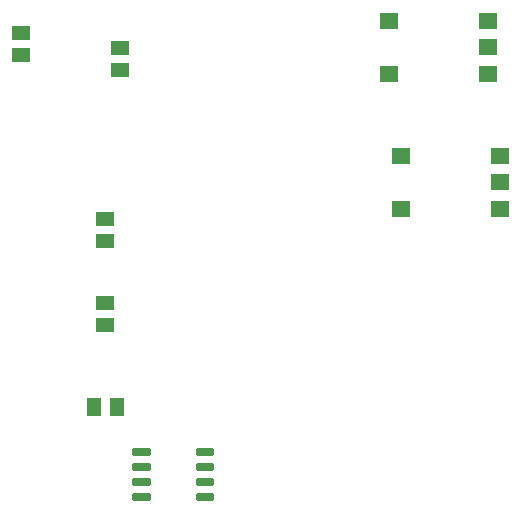
<source format=gtp>
G04 EAGLE Gerber RS-274X export*
G75*
%MOMM*%
%FSLAX34Y34*%
%LPD*%
%INSolderpaste Top*%
%IPPOS*%
%AMOC8*
5,1,8,0,0,1.08239X$1,22.5*%
G01*
%ADD10R,1.300000X1.500000*%
%ADD11R,1.500000X1.300000*%
%ADD12R,1.600000X1.400000*%
%ADD13C,0.304800*%


D10*
X323240Y317500D03*
X342240Y317500D03*
D11*
X261620Y634340D03*
X261620Y615340D03*
X345440Y621640D03*
X345440Y602640D03*
X332740Y405740D03*
X332740Y386740D03*
X332740Y476860D03*
X332740Y457860D03*
D12*
X582840Y485500D03*
X666840Y485500D03*
X666840Y508000D03*
X666840Y530500D03*
X582840Y530500D03*
X572680Y599800D03*
X656680Y599800D03*
X656680Y622300D03*
X656680Y644800D03*
X572680Y644800D03*
D13*
X369443Y277876D02*
X356997Y277876D01*
X356997Y280924D01*
X369443Y280924D01*
X369443Y277876D01*
X369443Y280772D02*
X356997Y280772D01*
X356997Y265176D02*
X369443Y265176D01*
X356997Y265176D02*
X356997Y268224D01*
X369443Y268224D01*
X369443Y265176D01*
X369443Y268072D02*
X356997Y268072D01*
X356997Y252476D02*
X369443Y252476D01*
X356997Y252476D02*
X356997Y255524D01*
X369443Y255524D01*
X369443Y252476D01*
X369443Y255372D02*
X356997Y255372D01*
X356997Y239776D02*
X369443Y239776D01*
X356997Y239776D02*
X356997Y242824D01*
X369443Y242824D01*
X369443Y239776D01*
X369443Y242672D02*
X356997Y242672D01*
X410845Y239776D02*
X423291Y239776D01*
X410845Y239776D02*
X410845Y242824D01*
X423291Y242824D01*
X423291Y239776D01*
X423291Y242672D02*
X410845Y242672D01*
X410845Y252476D02*
X423291Y252476D01*
X410845Y252476D02*
X410845Y255524D01*
X423291Y255524D01*
X423291Y252476D01*
X423291Y255372D02*
X410845Y255372D01*
X410845Y265176D02*
X423291Y265176D01*
X410845Y265176D02*
X410845Y268224D01*
X423291Y268224D01*
X423291Y265176D01*
X423291Y268072D02*
X410845Y268072D01*
X410845Y280924D02*
X423291Y280924D01*
X423291Y277876D01*
X410845Y277876D01*
X410845Y280924D01*
X410845Y280772D02*
X423291Y280772D01*
M02*

</source>
